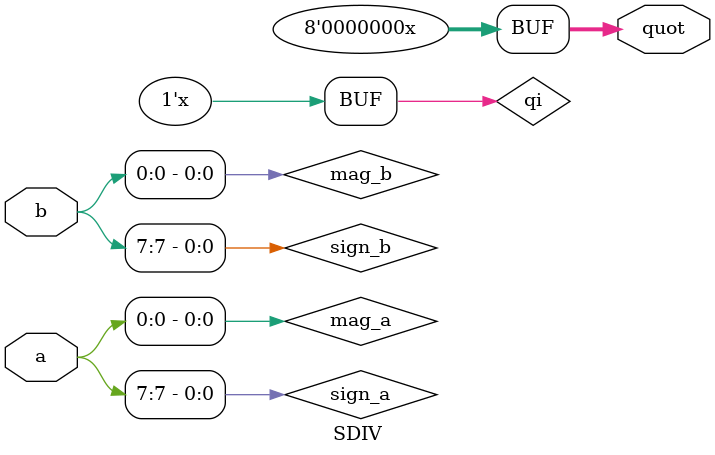
<source format=v>
`timescale 1ns / 1ps

module SDIV #(parameter DATAWIDTH = 8)(a, b, quot); 
    input [DATAWIDTH-1:0] a;
    input [DATAWIDTH-1:0] b;
    output reg [DATAWIDTH-1:0] quot;
    wire sign_a, sign_b;
    reg mag_a, mag_b, qi;
    
    always @(a, b) begin
        mag_a <= a[DATAWIDTH-2:0];
        mag_b <= b[DATAWIDTH-2:0];
        sign_a <= a[DATAWIDTH-1];
        sign_b <= b[DATAWIDTH-1];

        qi <= mag_a / mag_b;
        if (sign_a==sign_b)begin
            quot <={0,qi};
        end
        else begin
            quot <= {1,qi};
        end
    end
endmodule

</source>
